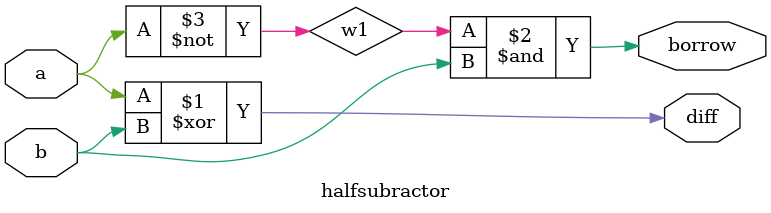
<source format=v>
module halfsubractor(a,b,diff,borrow);
input a,b;
output diff,borrow;
wire w1;
xor g1(diff,a,b);
not g2(w1,a);
and g3(borrow,w1,b);
endmodule

</source>
